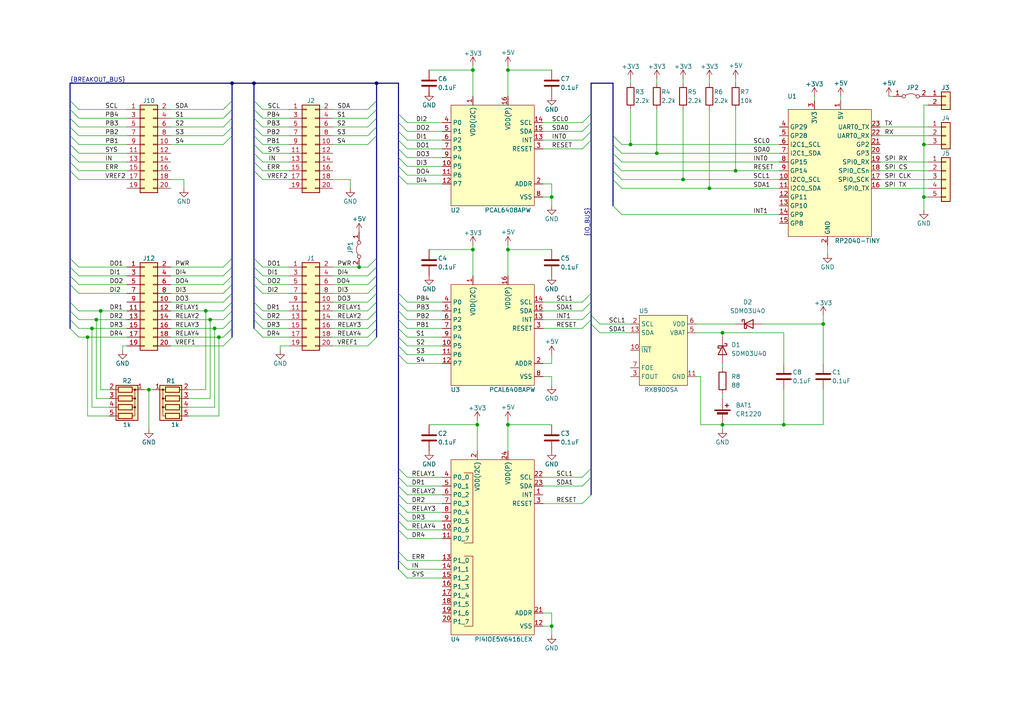
<source format=kicad_sch>
(kicad_sch (version 20230121) (generator eeschema)
  (paper "A4")
  (title_block (title "BREAKOUT BOARD") (rev "0.1"))
  (bus_alias "BREAKOUT_BUS" (members "DI1" "DO1" "DI2" "DO2" "DI3" "DO3" "DI4" "DO4" "RELAY1" "RELAY2" "RELAY3" "RELAY4" "DR1" "DR2" "DR3" "DR4" "PB1" "PB2" "PB3" "PB4" "S1" "S2" "S3" "S4" "SYS" "IN" "ERR" "VREF1" "VREF2" "PWR" "SCL" "SDA"))
  (bus_alias "IO_BUS" (members "SCL0" "SDA0" "INT0" "SCL1" "SDA1" "INT1" "RESET"))
  (junction (at 60.96 92.71))
  (junction (at 62.23 95.25))
  (junction (at 267.97 41.91))
  (junction (at 238.76 93.98))
  (junction (at 160.02 57.15))
  (junction (at 29.21 90.17))
  (junction (at 209.55 123.19))
  (junction (at 104.14 77.47))
  (junction (at 27.94 92.71))
  (junction (at 67.31 24.13))
  (junction (at 209.55 96.52))
  (junction (at 182.88 41.91))
  (junction (at 25.4 97.79))
  (junction (at 137.16 20.32))
  (junction (at 213.36 49.53))
  (junction (at 109.22 24.13))
  (junction (at 160.02 181.61))
  (junction (at 137.16 72.39))
  (junction (at 147.32 72.39))
  (junction (at 138.43 123.19))
  (junction (at 63.5 97.79))
  (junction (at 205.74 54.61))
  (junction (at 147.32 20.32))
  (junction (at 59.69 90.17))
  (junction (at 26.67 95.25))
  (junction (at 267.97 57.15))
  (junction (at 227.33 123.19))
  (junction (at 73.66 24.13))
  (junction (at 198.12 52.07))
  (junction (at 190.5 44.45))
  (junction (at 147.32 123.19))
  (junction (at 43.18 113.03))
  (bus_entry (at 177.8 46.99) (size 2.54 2.54))
  (bus_entry (at 171.45 33.02) (size -2.54 2.54))
  (bus_entry (at 73.66 92.71) (size 2.54 2.54))
  (bus_entry (at 73.66 31.75) (size 2.54 2.54))
  (bus_entry (at 73.66 95.25) (size 2.54 2.54))
  (bus_entry (at 115.57 162.56) (size 2.54 2.54))
  (bus_entry (at 171.45 38.1) (size -2.54 2.54))
  (bus_entry (at 115.57 151.13) (size 2.54 2.54))
  (bus_entry (at 67.31 97.79) (size -2.54 2.54))
  (bus_entry (at 20.32 49.53) (size 2.54 2.54))
  (bus_entry (at 115.57 85.09) (size 2.54 2.54))
  (bus_entry (at 67.31 77.47) (size -2.54 2.54))
  (bus_entry (at 171.45 143.51) (size -2.54 2.54))
  (bus_entry (at 73.66 29.21) (size 2.54 2.54))
  (bus_entry (at 109.22 82.55) (size -2.54 2.54))
  (bus_entry (at 73.66 80.01) (size 2.54 2.54))
  (bus_entry (at 115.57 40.64) (size 2.54 2.54))
  (bus_entry (at 73.66 49.53) (size 2.54 2.54))
  (bus_entry (at 115.57 143.51) (size 2.54 2.54))
  (bus_entry (at 171.45 135.89) (size -2.54 2.54))
  (bus_entry (at 109.22 39.37) (size -2.54 2.54))
  (bus_entry (at 109.22 74.93) (size -2.54 2.54))
  (bus_entry (at 20.32 39.37) (size 2.54 2.54))
  (bus_entry (at 109.22 90.17) (size -2.54 2.54))
  (bus_entry (at 20.32 44.45) (size 2.54 2.54))
  (bus_entry (at 20.32 80.01) (size 2.54 2.54))
  (bus_entry (at 177.8 44.45) (size 2.54 2.54))
  (bus_entry (at 67.31 34.29) (size -2.54 2.54))
  (bus_entry (at 20.32 95.25) (size 2.54 2.54))
  (bus_entry (at 115.57 43.18) (size 2.54 2.54))
  (bus_entry (at 67.31 92.71) (size -2.54 2.54))
  (bus_entry (at 73.66 74.93) (size 2.54 2.54))
  (bus_entry (at 109.22 34.29) (size -2.54 2.54))
  (bus_entry (at 115.57 45.72) (size 2.54 2.54))
  (bus_entry (at 115.57 160.02) (size 2.54 2.54))
  (bus_entry (at 171.45 93.98) (size 2.54 2.54))
  (bus_entry (at 177.8 49.53) (size 2.54 2.54))
  (bus_entry (at 67.31 95.25) (size -2.54 2.54))
  (bus_entry (at 73.66 39.37) (size 2.54 2.54))
  (bus_entry (at 20.32 77.47) (size 2.54 2.54))
  (bus_entry (at 67.31 74.93) (size -2.54 2.54))
  (bus_entry (at 109.22 95.25) (size -2.54 2.54))
  (bus_entry (at 73.66 34.29) (size 2.54 2.54))
  (bus_entry (at 73.66 41.91) (size 2.54 2.54))
  (bus_entry (at 73.66 77.47) (size 2.54 2.54))
  (bus_entry (at 115.57 90.17) (size 2.54 2.54))
  (bus_entry (at 115.57 148.59) (size 2.54 2.54))
  (bus_entry (at 171.45 85.09) (size -2.54 2.54))
  (bus_entry (at 67.31 39.37) (size -2.54 2.54))
  (bus_entry (at 73.66 90.17) (size 2.54 2.54))
  (bus_entry (at 20.32 41.91) (size 2.54 2.54))
  (bus_entry (at 20.32 82.55) (size 2.54 2.54))
  (bus_entry (at 67.31 29.21) (size -2.54 2.54))
  (bus_entry (at 109.22 92.71) (size -2.54 2.54))
  (bus_entry (at 115.57 48.26) (size 2.54 2.54))
  (bus_entry (at 115.57 35.56) (size 2.54 2.54))
  (bus_entry (at 115.57 146.05) (size 2.54 2.54))
  (bus_entry (at 109.22 80.01) (size -2.54 2.54))
  (bus_entry (at 20.32 31.75) (size 2.54 2.54))
  (bus_entry (at 171.45 35.56) (size -2.54 2.54))
  (bus_entry (at 73.66 87.63) (size 2.54 2.54))
  (bus_entry (at 109.22 97.79) (size -2.54 2.54))
  (bus_entry (at 115.57 165.1) (size 2.54 2.54))
  (bus_entry (at 115.57 33.02) (size 2.54 2.54))
  (bus_entry (at 171.45 40.64) (size -2.54 2.54))
  (bus_entry (at 67.31 80.01) (size -2.54 2.54))
  (bus_entry (at 171.45 90.17) (size -2.54 2.54))
  (bus_entry (at 67.31 87.63) (size -2.54 2.54))
  (bus_entry (at 177.8 59.69) (size 2.54 2.54))
  (bus_entry (at 115.57 87.63) (size 2.54 2.54))
  (bus_entry (at 109.22 87.63) (size -2.54 2.54))
  (bus_entry (at 115.57 100.33) (size 2.54 2.54))
  (bus_entry (at 109.22 77.47) (size -2.54 2.54))
  (bus_entry (at 67.31 31.75) (size -2.54 2.54))
  (bus_entry (at 177.8 39.37) (size 2.54 2.54))
  (bus_entry (at 109.22 36.83) (size -2.54 2.54))
  (bus_entry (at 73.66 46.99) (size 2.54 2.54))
  (bus_entry (at 115.57 102.87) (size 2.54 2.54))
  (bus_entry (at 73.66 82.55) (size 2.54 2.54))
  (bus_entry (at 171.45 138.43) (size -2.54 2.54))
  (bus_entry (at 67.31 90.17) (size -2.54 2.54))
  (bus_entry (at 171.45 91.44) (size 2.54 2.54))
  (bus_entry (at 20.32 90.17) (size 2.54 2.54))
  (bus_entry (at 20.32 36.83) (size 2.54 2.54))
  (bus_entry (at 115.57 97.79) (size 2.54 2.54))
  (bus_entry (at 115.57 92.71) (size 2.54 2.54))
  (bus_entry (at 20.32 29.21) (size 2.54 2.54))
  (bus_entry (at 115.57 135.89) (size 2.54 2.54))
  (bus_entry (at 67.31 85.09) (size -2.54 2.54))
  (bus_entry (at 171.45 92.71) (size -2.54 2.54))
  (bus_entry (at 115.57 138.43) (size 2.54 2.54))
  (bus_entry (at 20.32 46.99) (size 2.54 2.54))
  (bus_entry (at 109.22 31.75) (size -2.54 2.54))
  (bus_entry (at 171.45 87.63) (size -2.54 2.54))
  (bus_entry (at 109.22 85.09) (size -2.54 2.54))
  (bus_entry (at 73.66 36.83) (size 2.54 2.54))
  (bus_entry (at 67.31 36.83) (size -2.54 2.54))
  (bus_entry (at 67.31 82.55) (size -2.54 2.54))
  (bus_entry (at 20.32 87.63) (size 2.54 2.54))
  (bus_entry (at 115.57 38.1) (size 2.54 2.54))
  (bus_entry (at 20.32 74.93) (size 2.54 2.54))
  (bus_entry (at 177.8 41.91) (size 2.54 2.54))
  (bus_entry (at 115.57 50.8) (size 2.54 2.54))
  (bus_entry (at 115.57 95.25) (size 2.54 2.54))
  (bus_entry (at 109.22 29.21) (size -2.54 2.54))
  (bus_entry (at 177.8 52.07) (size 2.54 2.54))
  (bus_entry (at 73.66 44.45) (size 2.54 2.54))
  (bus_entry (at 20.32 34.29) (size 2.54 2.54))
  (bus_entry (at 20.32 92.71) (size 2.54 2.54))
  (bus_entry (at 115.57 140.97) (size 2.54 2.54))
  (bus_entry (at 115.57 153.67) (size 2.54 2.54))
  (wire (pts (xy 22.86 77.47) (xy 36.83 77.47)))
  (bus (pts (xy 20.32 77.47) (xy 20.32 80.01)))
  (bus (pts (xy 115.57 151.13) (xy 115.57 153.67)))
  (wire (pts (xy 238.76 91.44) (xy 238.76 93.98)))
  (wire (pts (xy 60.96 92.71) (xy 60.96 115.57)))
  (wire (pts (xy 49.53 82.55) (xy 64.77 82.55)))
  (wire (pts (xy 238.76 113.03) (xy 238.76 123.19)))
  (wire (pts (xy 118.11 87.63) (xy 128.27 87.63)))
  (bus (pts (xy 20.32 92.71) (xy 20.32 95.25)))
  (wire (pts (xy 255.27 39.37) (xy 269.24 39.37)))
  (bus (pts (xy 67.31 24.13) (xy 67.31 29.21)))
  (bus (pts (xy 171.45 91.44) (xy 171.45 92.71)))
  (bus (pts (xy 109.22 90.17) (xy 109.22 92.71)))
  (wire (pts (xy 22.86 46.99) (xy 36.83 46.99)))
  (wire (pts (xy 118.11 162.56) (xy 128.27 162.56)))
  (bus (pts (xy 67.31 92.71) (xy 67.31 95.25)))
  (bus (pts (xy 171.45 24.13) (xy 171.45 33.02)))
  (wire (pts (xy 76.2 41.91) (xy 83.82 41.91)))
  (bus (pts (xy 73.66 87.63) (xy 73.66 90.17)))
  (wire (pts (xy 76.2 77.47) (xy 83.82 77.47)))
  (wire (pts (xy 22.86 92.71) (xy 27.94 92.71)))
  (wire (pts (xy 238.76 93.98) (xy 238.76 105.41)))
  (bus (pts (xy 20.32 36.83) (xy 20.32 39.37)))
  (wire (pts (xy 118.11 143.51) (xy 128.27 143.51)))
  (wire (pts (xy 220.98 93.98) (xy 238.76 93.98)))
  (bus (pts (xy 20.32 82.55) (xy 20.32 87.63)))
  (bus (pts (xy 171.45 85.09) (xy 171.45 87.63)))
  (wire (pts (xy 118.11 48.26) (xy 128.27 48.26)))
  (bus (pts (xy 73.66 95.25) (xy 73.66 92.71)))
  (wire (pts (xy 190.5 31.75) (xy 190.5 44.45)))
  (bus (pts (xy 115.57 92.71) (xy 115.57 95.25)))
  (bus (pts (xy 171.45 93.98) (xy 171.45 135.89)))
  (bus (pts (xy 115.57 143.51) (xy 115.57 146.05)))
  (bus (pts (xy 171.45 40.64) (xy 171.45 85.09)))
  (bus (pts (xy 115.57 87.63) (xy 115.57 90.17)))
  (wire (pts (xy 96.52 95.25) (xy 106.68 95.25)))
  (wire (pts (xy 83.82 31.75) (xy 76.2 31.75)))
  (wire (pts (xy 209.55 123.19) (xy 209.55 124.46)))
  (bus (pts (xy 20.32 87.63) (xy 20.32 90.17)))
  (wire (pts (xy 180.34 52.07) (xy 198.12 52.07)))
  (bus (pts (xy 171.45 92.71) (xy 171.45 93.98)))
  (wire (pts (xy 180.34 46.99) (xy 226.06 46.99)))
  (wire (pts (xy 49.53 39.37) (xy 64.77 39.37)))
  (wire (pts (xy 22.86 34.29) (xy 36.83 34.29)))
  (wire (pts (xy 96.52 100.33) (xy 106.68 100.33)))
  (wire (pts (xy 22.86 31.75) (xy 36.83 31.75)))
  (bus (pts (xy 67.31 29.21) (xy 67.31 31.75)))
  (bus (pts (xy 115.57 138.43) (xy 115.57 140.97)))
  (wire (pts (xy 157.48 105.41) (xy 160.02 105.41)))
  (wire (pts (xy 118.11 156.21) (xy 128.27 156.21)))
  (bus (pts (xy 171.45 24.13) (xy 177.8 24.13)))
  (bus (pts (xy 67.31 95.25) (xy 67.31 97.79)))
  (wire (pts (xy 101.6 52.07) (xy 101.6 54.61)))
  (wire (pts (xy 49.53 92.71) (xy 60.96 92.71)))
  (wire (pts (xy 27.94 115.57) (xy 31.75 115.57)))
  (bus (pts (xy 67.31 80.01) (xy 67.31 82.55)))
  (wire (pts (xy 180.34 54.61) (xy 205.74 54.61)))
  (bus (pts (xy 115.57 24.13) (xy 115.57 33.02)))
  (wire (pts (xy 83.82 100.33) (xy 81.28 100.33)))
  (wire (pts (xy 118.11 35.56) (xy 128.27 35.56)))
  (wire (pts (xy 96.52 39.37) (xy 106.68 39.37)))
  (wire (pts (xy 22.86 49.53) (xy 36.83 49.53)))
  (wire (pts (xy 118.11 165.1) (xy 128.27 165.1)))
  (bus (pts (xy 171.45 38.1) (xy 171.45 40.64)))
  (bus (pts (xy 115.57 40.64) (xy 115.57 43.18)))
  (bus (pts (xy 177.8 44.45) (xy 177.8 46.99)))
  (bus (pts (xy 115.57 153.67) (xy 115.57 160.02)))
  (bus (pts (xy 73.66 82.55) (xy 73.66 87.63)))
  (wire (pts (xy 96.52 41.91) (xy 106.68 41.91)))
  (wire (pts (xy 49.53 77.47) (xy 64.77 77.47)))
  (bus (pts (xy 20.32 74.93) (xy 20.32 77.47)))
  (wire (pts (xy 182.88 22.86) (xy 182.88 24.13)))
  (bus (pts (xy 20.32 44.45) (xy 20.32 46.99)))
  (wire (pts (xy 267.97 30.48) (xy 269.24 30.48)))
  (wire (pts (xy 49.53 90.17) (xy 59.69 90.17)))
  (bus (pts (xy 73.66 34.29) (xy 73.66 36.83)))
  (bus (pts (xy 20.32 41.91) (xy 20.32 44.45)))
  (wire (pts (xy 27.94 92.71) (xy 36.83 92.71)))
  (bus (pts (xy 177.8 46.99) (xy 177.8 49.53)))
  (bus (pts (xy 115.57 135.89) (xy 115.57 138.43)))
  (bus (pts (xy 109.22 34.29) (xy 109.22 36.83)))
  (wire (pts (xy 104.14 77.47) (xy 106.68 77.47)))
  (wire (pts (xy 22.86 90.17) (xy 29.21 90.17)))
  (wire (pts (xy 209.55 114.3) (xy 209.55 115.57)))
  (wire (pts (xy 35.56 100.33) (xy 35.56 101.6)))
  (wire (pts (xy 76.2 44.45) (xy 83.82 44.45)))
  (wire (pts (xy 76.2 92.71) (xy 83.82 92.71)))
  (bus (pts (xy 115.57 102.87) (xy 115.57 135.89)))
  (wire (pts (xy 96.52 97.79) (xy 106.68 97.79)))
  (wire (pts (xy 76.2 80.01) (xy 83.82 80.01)))
  (wire (pts (xy 60.96 92.71) (xy 64.77 92.71)))
  (bus (pts (xy 73.66 36.83) (xy 73.66 39.37)))
  (wire (pts (xy 157.48 146.05) (xy 168.91 146.05)))
  (wire (pts (xy 22.86 80.01) (xy 36.83 80.01)))
  (wire (pts (xy 62.23 95.25) (xy 64.77 95.25)))
  (wire (pts (xy 269.24 41.91) (xy 267.97 41.91)))
  (wire (pts (xy 255.27 49.53) (xy 269.24 49.53)))
  (wire (pts (xy 118.11 38.1) (xy 128.27 38.1)))
  (wire (pts (xy 157.48 177.8) (xy 160.02 177.8)))
  (wire (pts (xy 201.93 93.98) (xy 213.36 93.98)))
  (wire (pts (xy 49.53 31.75) (xy 64.77 31.75)))
  (bus (pts (xy 115.57 43.18) (xy 115.57 45.72)))
  (wire (pts (xy 63.5 97.79) (xy 64.77 97.79)))
  (wire (pts (xy 96.52 77.47) (xy 104.14 77.47)))
  (wire (pts (xy 201.93 109.22) (xy 203.2 109.22)))
  (wire (pts (xy 22.86 44.45) (xy 36.83 44.45)))
  (wire (pts (xy 255.27 46.99) (xy 269.24 46.99)))
  (bus (pts (xy 109.22 80.01) (xy 109.22 77.47)))
  (bus (pts (xy 109.22 85.09) (xy 109.22 82.55)))
  (wire (pts (xy 124.46 72.39) (xy 137.16 72.39)))
  (wire (pts (xy 63.5 97.79) (xy 63.5 120.65)))
  (wire (pts (xy 137.16 72.39) (xy 137.16 80.01)))
  (wire (pts (xy 190.5 22.86) (xy 190.5 24.13)))
  (bus (pts (xy 115.57 85.09) (xy 115.57 87.63)))
  (bus (pts (xy 67.31 36.83) (xy 67.31 39.37)))
  (wire (pts (xy 147.32 123.19) (xy 160.02 123.19)))
  (wire (pts (xy 209.55 105.41) (xy 209.55 106.68)))
  (wire (pts (xy 76.2 82.55) (xy 83.82 82.55)))
  (wire (pts (xy 190.5 44.45) (xy 226.06 44.45)))
  (wire (pts (xy 25.4 120.65) (xy 31.75 120.65)))
  (bus (pts (xy 115.57 100.33) (xy 115.57 102.87)))
  (wire (pts (xy 137.16 20.32) (xy 137.16 19.05)))
  (wire (pts (xy 118.11 151.13) (xy 128.27 151.13)))
  (wire (pts (xy 137.16 20.32) (xy 137.16 27.94)))
  (wire (pts (xy 160.02 57.15) (xy 160.02 59.69)))
  (wire (pts (xy 96.52 82.55) (xy 106.68 82.55)))
  (wire (pts (xy 41.91 113.03) (xy 43.18 113.03)))
  (wire (pts (xy 255.27 36.83) (xy 269.24 36.83)))
  (wire (pts (xy 76.2 36.83) (xy 83.82 36.83)))
  (wire (pts (xy 49.53 97.79) (xy 63.5 97.79)))
  (bus (pts (xy 67.31 87.63) (xy 67.31 90.17)))
  (wire (pts (xy 54.61 115.57) (xy 60.96 115.57)))
  (bus (pts (xy 115.57 35.56) (xy 115.57 38.1)))
  (wire (pts (xy 29.21 90.17) (xy 29.21 113.03)))
  (wire (pts (xy 118.11 90.17) (xy 128.27 90.17)))
  (wire (pts (xy 124.46 20.32) (xy 137.16 20.32)))
  (wire (pts (xy 49.53 80.01) (xy 64.77 80.01)))
  (bus (pts (xy 73.66 46.99) (xy 73.66 49.53)))
  (wire (pts (xy 205.74 31.75) (xy 205.74 54.61)))
  (wire (pts (xy 236.22 27.94) (xy 236.22 29.21)))
  (wire (pts (xy 26.67 118.11) (xy 31.75 118.11)))
  (wire (pts (xy 96.52 36.83) (xy 106.68 36.83)))
  (wire (pts (xy 182.88 31.75) (xy 182.88 41.91)))
  (wire (pts (xy 180.34 44.45) (xy 190.5 44.45)))
  (wire (pts (xy 118.11 148.59) (xy 128.27 148.59)))
  (bus (pts (xy 20.32 29.21) (xy 20.32 31.75)))
  (wire (pts (xy 22.86 97.79) (xy 25.4 97.79)))
  (wire (pts (xy 157.48 57.15) (xy 160.02 57.15)))
  (bus (pts (xy 73.66 29.21) (xy 73.66 31.75)))
  (bus (pts (xy 109.22 87.63) (xy 109.22 85.09)))
  (wire (pts (xy 198.12 22.86) (xy 198.12 24.13)))
  (wire (pts (xy 173.99 93.98) (xy 182.88 93.98)))
  (bus (pts (xy 73.66 31.75) (xy 73.66 34.29)))
  (wire (pts (xy 35.56 100.33) (xy 36.83 100.33)))
  (bus (pts (xy 115.57 38.1) (xy 115.57 40.64)))
  (wire (pts (xy 157.48 87.63) (xy 168.91 87.63)))
  (bus (pts (xy 67.31 90.17) (xy 67.31 92.71)))
  (wire (pts (xy 118.11 95.25) (xy 128.27 95.25)))
  (wire (pts (xy 147.32 20.32) (xy 160.02 20.32)))
  (wire (pts (xy 118.11 153.67) (xy 128.27 153.67)))
  (wire (pts (xy 26.67 95.25) (xy 26.67 118.11)))
  (wire (pts (xy 76.2 90.17) (xy 83.82 90.17)))
  (bus (pts (xy 115.57 146.05) (xy 115.57 148.59)))
  (wire (pts (xy 147.32 123.19) (xy 147.32 130.81)))
  (wire (pts (xy 118.11 167.64) (xy 128.27 167.64)))
  (bus (pts (xy 171.45 87.63) (xy 171.45 90.17)))
  (wire (pts (xy 203.2 123.19) (xy 209.55 123.19)))
  (bus (pts (xy 73.66 80.01) (xy 73.66 82.55)))
  (wire (pts (xy 182.88 41.91) (xy 226.06 41.91)))
  (bus (pts (xy 115.57 45.72) (xy 115.57 48.26)))
  (bus (pts (xy 115.57 48.26) (xy 115.57 50.8)))
  (bus (pts (xy 115.57 148.59) (xy 115.57 151.13)))
  (wire (pts (xy 118.11 40.64) (xy 128.27 40.64)))
  (wire (pts (xy 157.48 181.61) (xy 160.02 181.61)))
  (wire (pts (xy 147.32 71.12) (xy 147.32 72.39)))
  (wire (pts (xy 147.32 121.92) (xy 147.32 123.19)))
  (bus (pts (xy 20.32 80.01) (xy 20.32 82.55)))
  (wire (pts (xy 22.86 85.09) (xy 36.83 85.09)))
  (wire (pts (xy 180.34 41.91) (xy 182.88 41.91)))
  (bus (pts (xy 67.31 24.13) (xy 73.66 24.13)))
  (bus (pts (xy 115.57 50.8) (xy 115.57 85.09)))
  (bus (pts (xy 109.22 24.13) (xy 115.57 24.13)))
  (bus (pts (xy 67.31 77.47) (xy 67.31 80.01)))
  (wire (pts (xy 22.86 36.83) (xy 36.83 36.83)))
  (wire (pts (xy 267.97 57.15) (xy 267.97 60.96)))
  (wire (pts (xy 157.48 90.17) (xy 168.91 90.17)))
  (wire (pts (xy 205.74 22.86) (xy 205.74 24.13)))
  (wire (pts (xy 160.02 109.22) (xy 157.48 109.22)))
  (wire (pts (xy 201.93 96.52) (xy 209.55 96.52)))
  (wire (pts (xy 160.02 177.8) (xy 160.02 181.61)))
  (wire (pts (xy 96.52 34.29) (xy 106.68 34.29)))
  (wire (pts (xy 96.52 85.09) (xy 106.68 85.09)))
  (bus (pts (xy 109.22 36.83) (xy 109.22 39.37)))
  (wire (pts (xy 118.11 105.41) (xy 128.27 105.41)))
  (wire (pts (xy 118.11 53.34) (xy 128.27 53.34)))
  (wire (pts (xy 118.11 138.43) (xy 128.27 138.43)))
  (wire (pts (xy 49.53 87.63) (xy 64.77 87.63)))
  (bus (pts (xy 109.22 74.93) (xy 109.22 77.47)))
  (wire (pts (xy 29.21 90.17) (xy 36.83 90.17)))
  (bus (pts (xy 73.66 77.47) (xy 73.66 80.01)))
  (wire (pts (xy 173.99 96.52) (xy 182.88 96.52)))
  (wire (pts (xy 96.52 80.01) (xy 106.68 80.01)))
  (wire (pts (xy 160.02 181.61) (xy 160.02 184.15)))
  (wire (pts (xy 138.43 123.19) (xy 138.43 130.81)))
  (bus (pts (xy 20.32 34.29) (xy 20.32 31.75)))
  (wire (pts (xy 227.33 105.41) (xy 227.33 96.52)))
  (bus (pts (xy 115.57 162.56) (xy 115.57 165.1)))
  (bus (pts (xy 171.45 138.43) (xy 171.45 143.51)))
  (bus (pts (xy 171.45 90.17) (xy 171.45 91.44)))
  (wire (pts (xy 180.34 62.23) (xy 226.06 62.23)))
  (wire (pts (xy 43.18 113.03) (xy 43.18 124.46)))
  (wire (pts (xy 76.2 39.37) (xy 83.82 39.37)))
  (wire (pts (xy 158.75 248.92) (xy 161.29 248.92)))
  (bus (pts (xy 109.22 39.37) (xy 109.22 74.93)))
  (wire (pts (xy 27.94 92.71) (xy 27.94 115.57)))
  (bus (pts (xy 177.8 41.91) (xy 177.8 44.45)))
  (bus (pts (xy 171.45 135.89) (xy 171.45 138.43)))
  (wire (pts (xy 54.61 118.11) (xy 62.23 118.11)))
  (wire (pts (xy 147.32 19.05) (xy 147.32 20.32)))
  (wire (pts (xy 269.24 57.15) (xy 267.97 57.15)))
  (wire (pts (xy 157.48 95.25) (xy 168.91 95.25)))
  (bus (pts (xy 67.31 34.29) (xy 67.31 36.83)))
  (bus (pts (xy 73.66 44.45) (xy 73.66 46.99)))
  (wire (pts (xy 157.48 35.56) (xy 168.91 35.56)))
  (wire (pts (xy 138.43 121.92) (xy 138.43 123.19)))
  (bus (pts (xy 20.32 90.17) (xy 20.32 92.71)))
  (bus (pts (xy 73.66 74.93) (xy 73.66 77.47)))
  (bus (pts (xy 20.32 49.53) (xy 20.32 74.93)))
  (wire (pts (xy 160.02 102.87) (xy 160.02 105.41)))
  (bus (pts (xy 115.57 33.02) (xy 115.57 35.56)))
  (wire (pts (xy 198.12 31.75) (xy 198.12 52.07)))
  (wire (pts (xy 96.52 31.75) (xy 106.68 31.75)))
  (wire (pts (xy 213.36 49.53) (xy 226.06 49.53)))
  (wire (pts (xy 157.48 40.64) (xy 168.91 40.64)))
  (bus (pts (xy 73.66 41.91) (xy 73.66 44.45)))
  (wire (pts (xy 81.28 100.33) (xy 81.28 101.6)))
  (wire (pts (xy 118.11 100.33) (xy 128.27 100.33)))
  (wire (pts (xy 157.48 38.1) (xy 168.91 38.1)))
  (wire (pts (xy 157.48 140.97) (xy 168.91 140.97)))
  (wire (pts (xy 59.69 90.17) (xy 64.77 90.17)))
  (wire (pts (xy 209.55 96.52) (xy 209.55 97.79)))
  (wire (pts (xy 96.52 90.17) (xy 106.68 90.17)))
  (wire (pts (xy 76.2 34.29) (xy 83.82 34.29)))
  (bus (pts (xy 177.8 39.37) (xy 177.8 41.91)))
  (bus (pts (xy 20.32 36.83) (xy 20.32 34.29)))
  (wire (pts (xy 124.46 27.94) (xy 124.46 26.67)))
  (wire (pts (xy 160.02 111.76) (xy 160.02 109.22)))
  (wire (pts (xy 26.67 95.25) (xy 36.83 95.25)))
  (bus (pts (xy 109.22 82.55) (xy 109.22 80.01)))
  (wire (pts (xy 203.2 109.22) (xy 203.2 123.19)))
  (bus (pts (xy 109.22 31.75) (xy 109.22 34.29)))
  (wire (pts (xy 255.27 52.07) (xy 269.24 52.07)))
  (wire (pts (xy 53.34 52.07) (xy 53.34 54.61)))
  (wire (pts (xy 213.36 31.75) (xy 213.36 49.53)))
  (bus (pts (xy 67.31 74.93) (xy 67.31 77.47)))
  (wire (pts (xy 240.03 71.12) (xy 240.03 73.66)))
  (bus (pts (xy 109.22 95.25) (xy 109.22 97.79)))
  (wire (pts (xy 22.86 52.07) (xy 36.83 52.07)))
  (wire (pts (xy 96.52 92.71) (xy 106.68 92.71)))
  (wire (pts (xy 180.34 49.53) (xy 213.36 49.53)))
  (wire (pts (xy 118.11 50.8) (xy 128.27 50.8)))
  (wire (pts (xy 259.08 27.94) (xy 257.81 27.94)))
  (wire (pts (xy 49.53 41.91) (xy 64.77 41.91)))
  (bus (pts (xy 115.57 97.79) (xy 115.57 100.33)))
  (wire (pts (xy 43.18 113.03) (xy 44.45 113.03)))
  (bus (pts (xy 115.57 95.25) (xy 115.57 97.79)))
  (wire (pts (xy 205.74 54.61) (xy 226.06 54.61)))
  (wire (pts (xy 49.53 34.29) (xy 64.77 34.29)))
  (bus (pts (xy 177.8 24.13) (xy 177.8 39.37)))
  (wire (pts (xy 157.48 92.71) (xy 168.91 92.71)))
  (bus (pts (xy 177.8 49.53) (xy 177.8 52.07)))
  (wire (pts (xy 238.76 123.19) (xy 227.33 123.19)))
  (wire (pts (xy 76.2 85.09) (xy 83.82 85.09)))
  (wire (pts (xy 213.36 22.86) (xy 213.36 24.13)))
  (wire (pts (xy 267.97 30.48) (xy 267.97 41.91)))
  (wire (pts (xy 76.2 52.07) (xy 83.82 52.07)))
  (wire (pts (xy 76.2 49.53) (xy 83.82 49.53)))
  (wire (pts (xy 255.27 54.61) (xy 269.24 54.61)))
  (bus (pts (xy 109.22 29.21) (xy 109.22 31.75)))
  (wire (pts (xy 96.52 52.07) (xy 101.6 52.07)))
  (wire (pts (xy 147.32 72.39) (xy 147.32 80.01)))
  (wire (pts (xy 118.11 43.18) (xy 128.27 43.18)))
  (wire (pts (xy 25.4 97.79) (xy 25.4 120.65)))
  (bus (pts (xy 73.66 24.13) (xy 109.22 24.13)))
  (wire (pts (xy 161.29 248.92) (xy 161.29 251.46)))
  (wire (pts (xy 25.4 97.79) (xy 36.83 97.79)))
  (wire (pts (xy 118.11 146.05) (xy 128.27 146.05)))
  (wire (pts (xy 267.97 41.91) (xy 267.97 57.15)))
  (bus (pts (xy 73.66 49.53) (xy 73.66 74.93)))
  (bus (pts (xy 67.31 85.09) (xy 67.31 87.63)))
  (wire (pts (xy 118.11 97.79) (xy 128.27 97.79)))
  (bus (pts (xy 177.8 52.07) (xy 177.8 59.69)))
  (wire (pts (xy 49.53 95.25) (xy 62.23 95.25)))
  (wire (pts (xy 96.52 87.63) (xy 106.68 87.63)))
  (bus (pts (xy 109.22 87.63) (xy 109.22 90.17)))
  (wire (pts (xy 157.48 43.18) (xy 168.91 43.18)))
  (wire (pts (xy 22.86 41.91) (xy 36.83 41.91)))
  (bus (pts (xy 20.32 24.13) (xy 67.31 24.13)))
  (bus (pts (xy 171.45 33.02) (xy 171.45 35.56)))
  (bus (pts (xy 115.57 140.97) (xy 115.57 143.51)))
  (wire (pts (xy 124.46 123.19) (xy 138.43 123.19)))
  (bus (pts (xy 20.32 46.99) (xy 20.32 49.53)))
  (wire (pts (xy 29.21 113.03) (xy 31.75 113.03)))
  (wire (pts (xy 160.02 72.39) (xy 147.32 72.39)))
  (wire (pts (xy 227.33 113.03) (xy 227.33 123.19)))
  (bus (pts (xy 115.57 90.17) (xy 115.57 92.71)))
  (bus (pts (xy 109.22 92.71) (xy 109.22 95.25)))
  (wire (pts (xy 62.23 95.25) (xy 62.23 118.11)))
  (wire (pts (xy 54.61 113.03) (xy 59.69 113.03)))
  (wire (pts (xy 49.53 52.07) (xy 53.34 52.07)))
  (wire (pts (xy 198.12 52.07) (xy 226.06 52.07)))
  (bus (pts (xy 171.45 35.56) (xy 171.45 38.1)))
  (bus (pts (xy 67.31 82.55) (xy 67.31 85.09)))
  (bus (pts (xy 20.32 29.21) (xy 20.32 24.13)))
  (bus (pts (xy 73.66 24.13) (xy 73.66 29.21)))
  (wire (pts (xy 59.69 90.17) (xy 59.69 113.03)))
  (wire (pts (xy 227.33 123.19) (xy 209.55 123.19)))
  (wire (pts (xy 49.53 100.33) (xy 64.77 100.33)))
  (bus (pts (xy 73.66 39.37) (xy 73.66 41.91)))
  (wire (pts (xy 157.48 138.43) (xy 168.91 138.43)))
  (wire (pts (xy 160.02 53.34) (xy 160.02 57.15)))
  (wire (pts (xy 147.32 20.32) (xy 147.32 27.94)))
  (wire (pts (xy 157.48 53.34) (xy 160.02 53.34)))
  (bus (pts (xy 67.31 39.37) (xy 67.31 74.93)))
  (bus (pts (xy 73.66 90.17) (xy 73.66 92.71)))
  (wire (pts (xy 137.16 71.12) (xy 137.16 72.39)))
  (wire (pts (xy 118.11 140.97) (xy 128.27 140.97)))
  (bus (pts (xy 109.22 24.13) (xy 109.22 29.21)))
  (wire (pts (xy 49.53 85.09) (xy 64.77 85.09)))
  (wire (pts (xy 22.86 39.37) (xy 36.83 39.37)))
  (wire (pts (xy 22.86 95.25) (xy 26.67 95.25)))
  (bus (pts (xy 115.57 160.02) (xy 115.57 162.56)))
  (wire (pts (xy 118.11 92.71) (xy 128.27 92.71)))
  (wire (pts (xy 243.84 27.94) (xy 243.84 29.21)))
  (wire (pts (xy 227.33 96.52) (xy 209.55 96.52)))
  (wire (pts (xy 49.53 36.83) (xy 64.77 36.83)))
  (wire (pts (xy 54.61 120.65) (xy 63.5 120.65)))
  (wire (pts (xy 76.2 46.99) (xy 83.82 46.99)))
  (bus (pts (xy 67.31 34.29) (xy 67.31 31.75)))
  (wire (pts (xy 76.2 97.79) (xy 83.82 97.79)))
  (bus (pts (xy 20.32 39.37) (xy 20.32 41.91)))
  (wire (pts (xy 118.11 102.87) (xy 128.27 102.87)))
  (wire (pts (xy 22.86 82.55) (xy 36.83 82.55)))
  (wire (pts (xy 76.2 95.25) (xy 83.82 95.25)))
  (wire (pts (xy 118.11 45.72) (xy 128.27 45.72)))
  (label "DI1" (at 31.75 80.01 0))
  (label "SCL0" (at 160.02 35.56 0))
  (label "SPI RX" (at 256.54 46.99 0))
  (label "PB4" (at 81.28 34.29 180))
  (label "IN" (at 80.01 46.99 180))
  (label "INT1" (at 161.29 92.71 0))
  (label "VREF2" (at 30.48 52.07 0))
  (label "DI1" (at 120.65 40.64 0))
  (label "SDA0" (at 160.02 38.1 0))
  (label "DR4" (at 81.28 97.79 180))
  (label "PB3" (at 30.48 36.83 0))
  (label "RELAY3" (at 119.38 148.59 0))
  (label "DR2" (at 31.75 92.71 0))
  (label "DO2" (at 120.65 38.1 0))
  (label "DR3" (at 119.38 151.13 0))
  (label "TX" (at 256.54 36.83 0))
  (label "INT0" (at 218.44 46.99 0))
  (label "PB4" (at 120.65 87.63 0))
  (label "S3" (at 50.8 39.37 0))
  (label "SDA1" (at 176.53 96.52 0))
  (label "ERR" (at 30.48 49.53 0))
  (label "INT0" (at 160.02 40.64 0))
  (label "DI4" (at 50.8 80.01 0))
  (label "DI4" (at 97.79 80.01 0))
  (label "RELAY4" (at 97.79 97.79 0))
  (label "DO1" (at 31.75 77.47 0))
  (label "PB2" (at 120.65 92.71 0))
  (label "RELAY4" (at 50.8 97.79 0))
  (label "IN" (at 119.38 165.1 0))
  (label "DR1" (at 81.28 90.17 180))
  (label "S1" (at 50.8 34.29 0))
  (label "RELAY1" (at 97.79 90.17 0))
  (label "S4" (at 120.65 105.41 0))
  (label "DO4" (at 50.8 82.55 0))
  (label "RESET" (at 218.44 49.53 0))
  (label "SDA" (at 50.8 31.75 0))
  (label "INT1" (at 218.44 62.23 0))
  (label "VREF2" (at 77.47 52.07 0))
  (label "DO3" (at 50.8 87.63 0))
  (label "DR3" (at 81.28 95.25 180))
  (label "S3" (at 120.65 102.87 0))
  (label "{BREAKOUT_BUS}" (at 20.32 24.13 0) (effects (font (size 1.25 1.25))))
  (label "SCL1" (at 161.29 138.43 0))
  (label "S2" (at 50.8 36.83 0))
  (label "PB4" (at 30.48 34.29 0))
  (label "RELAY3" (at 97.79 95.25 0))
  (label "SDA" (at 101.6 31.75 180))
  (label "RELAY2" (at 119.38 143.51 0))
  (label "DO4" (at 101.6 82.55 180))
  (label "DO1" (at 120.65 43.18 0))
  (label "DO2" (at 77.47 82.55 0))
  (label "SDA0" (at 218.44 44.45 0))
  (label "SPI CS" (at 256.54 49.53 0))
  (label "DI3" (at 50.8 85.09 0))
  (label "PB2" (at 30.48 39.37 0))
  (label "SCL0" (at 218.44 41.91 0))
  (label "PB3" (at 120.65 90.17 0))
  (label "SYS" (at 81.28 44.45 180))
  (label "DR2" (at 119.38 146.05 0))
  (label "DI4" (at 120.65 53.34 0))
  (label "SDA1" (at 161.29 90.17 0))
  (label "DI2" (at 120.65 35.56 0))
  (label "SDA1" (at 161.29 140.97 0))
  (label "IN" (at 30.48 46.99 0))
  (label "RESET" (at 161.29 95.25 0))
  (label "S2" (at 120.65 100.33 0))
  (label "SCL1" (at 176.53 93.98 0))
  (label "PB1" (at 120.65 95.25 0))
  (label "SCL1" (at 218.44 52.07 0))
  (label "RELAY3" (at 50.8 95.25 0))
  (label "DI1" (at 77.47 80.01 0))
  (label "DR1" (at 31.75 90.17 0))
  (label "DR1" (at 119.38 140.97 0))
  (label "S4" (at 100.33 41.91 180))
  (label "S1" (at 120.65 97.79 0))
  (label "S2" (at 100.33 36.83 180))
  (label "SYS" (at 119.38 167.64 0))
  (label "PWR" (at 50.8 77.47 0))
  (label "S1" (at 100.33 34.29 180))
  (label "DR4" (at 119.38 156.21 0))
  (label "{IO_BUS}" (at 171.45 68.58 90) (effects (font (size 1.25 1.25))))
  (label "PB1" (at 30.48 41.91 0))
  (label "SPI CLK" (at 256.54 52.07 0))
  (label "DI2" (at 31.75 85.09 0))
  (label "DR2" (at 81.28 92.71 180))
  (label "VREF1" (at 50.8 100.33 0))
  (label "PB1" (at 81.28 41.91 180))
  (label "RELAY2" (at 50.8 92.71 0))
  (label "RESET" (at 160.02 43.18 0))
  (label "PB3" (at 81.28 36.83 180))
  (label "DI3" (at 120.65 48.26 0))
  (label "DO3" (at 97.79 87.63 0))
  (label "SCL1" (at 161.29 87.63 0))
  (label "SCL" (at 30.48 31.75 0))
  (label "S3" (at 100.33 39.37 180))
  (label "RELAY4" (at 119.38 153.67 0))
  (label "SYS" (at 30.48 44.45 0))
  (label "DO3" (at 120.65 45.72 0))
  (label "RELAY2" (at 97.79 92.71 0))
  (label "RESET" (at 161.29 146.05 0))
  (label "RX" (at 256.54 39.37 0))
  (label "RELAY1" (at 119.38 138.43 0))
  (label "DR4" (at 31.75 97.79 0))
  (label "SPI TX" (at 256.54 54.61 0))
  (label "DO1" (at 77.47 77.47 0))
  (label "DO4" (at 120.65 50.8 0))
  (label "RELAY1" (at 50.8 90.17 0))
  (label "PWR" (at 97.79 77.47 0))
  (label "ERR" (at 119.38 162.56 0))
  (label "DI3" (at 97.79 85.09 0))
  (label "PB2" (at 81.28 39.37 180))
  (label "ERR" (at 81.28 49.53 180))
  (label "SCL" (at 81.28 31.75 180))
  (label "DR3" (at 31.75 95.25 0))
  (label "DI2" (at 77.47 85.09 0))
  (label "DO2" (at 31.75 82.55 0))
  (label "VREF1" (at 97.79 100.33 0))
  (label "S4" (at 50.8 41.91 0))
  (label "SDA1" (at 218.44 54.61 0))
  (symbol (lib_id "Connector_Generic:Conn_01x05") (at 274.32 52.07 0) (unit 1)
    (property "Reference" "J5" (at 274.32 44.45 0))
    (property "Value" "Conn_01x05_Pin" (effects hide))
    (property "Footprint" "Connector_Molex:Molex_SPOX_5267-05A_1x05_P2.50mm_Vertical" (effects hide))
  )
  (symbol (lib_id "power:+3V3") (at 236.22 27.94 0) (unit 1)
    (property "Reference" "#PWR015" (effects hide))
    (property "Value" "+3V3" (at 236.22 24.384 0))
  )
  (symbol (lib_id "Device:D_Schottky") (at 209.55 101.6 270) (unit 1)
    (property "Reference" "D1" (at 212.09 100.0125 90) (effects (justify left)))
    (property "Value" "SDM03U40" (at 212.09 102.5525 90) (effects (justify left)))
    (property "Footprint" "Diode_SMD:D_SOD-523" (effects hide))
    (property "Datasheet" "https://www.diodes.com/assets/Datasheets/SDM03U40.pdf" (effects hide))
  )
  (symbol (lib_id "Device:C") (at 160.02 24.13 0) (unit 1)
    (property "Reference" "C7" (at 162.56 22.86 0) (effects (justify left)))
    (property "Value" "0.1uF" (at 162.56 25.4 0) (effects (justify left)))
    (property "Footprint" "Capacitor_SMD:C_0805_2012Metric_Pad1.18x1.45mm_HandSolder" (effects hide))
  )
  (symbol (lib_id "Connector_Generic:Conn_02x10_Odd_Even") (at 41.91 87.63 0) (unit 1)
    (property "Reference" "J12" (at 43.18 74.93 0))
    (property "Value" "Conn_02x10_Odd_Even" (effects hide))
    (property "Footprint" "Connector_PinSocket_2.00mm:PinSocket_2x10_P2.00mm_Vertical" (effects hide))
  )
  (symbol (lib_id "Jumper:Jumper_2_Bridged") (at 264.16 27.94 0) (unit 1)
    (property "Reference" "JP2" (at 262.89 25.4 0) (effects (justify left)))
    (property "Value" "Jumper_2_Bridged" (effects hide))
    (property "Footprint" "Connector_PinHeader_2.54mm:PinHeader_1x02_P2.54mm_Vertical" (effects hide))
  )
  (symbol (lib_id "Connector_Generic:Conn_01x03") (at 274.32 39.37 0) (unit 1)
    (property "Reference" "J4" (at 274.32 34.29 0))
    (property "Value" "Conn_01x03_Pin" (effects hide))
    (property "Footprint" "Connector_Molex:Molex_SPOX_5267-03A_1x03_P2.50mm_Vertical" (effects hide))
  )
  (symbol (lib_id "Device:C") (at 227.33 109.22 0) (unit 1)
    (property "Reference" "C8" (at 229.87 107.95 0) (effects (justify left)))
    (property "Value" "0.1uF" (at 229.87 110.49 0) (effects (justify left)))
    (property "Footprint" "Capacitor_SMD:C_0805_2012Metric_Pad1.18x1.45mm_HandSolder" (effects hide))
  )
  (symbol (lib_id "uhppoted:PI4IOE5V6416LEX") (at 143.51 160.02 0) (mirror y) (unit 1)
    (property "Reference" "U4" (at 132.08 185.42 0))
    (property "Value" "PI4IOE5V6416LEX" (at 146.05 185.42 0))
    (property "Footprint" "Package_SO:TSSOP-24_4.4x7.8mm_P0.65mm" (effects hide))
  )
  (symbol (lib_id "power:+5V") (at 257.81 27.94 0) (unit 1)
    (property "Reference" "#PWR024" (effects hide))
    (property "Value" "+5V" (at 257.81 24.13 0))
  )
  (symbol (lib_id "Connector_Generic:Conn_02x10_Odd_Even") (at 41.91 41.91 0) (unit 1)
    (property "Reference" "J10" (at 43.18 29.21 0))
    (property "Value" "Conn_02x10_Odd_Even" (effects hide))
    (property "Footprint" "Connector_PinSocket_2.00mm:PinSocket_2x10_P2.00mm_Vertical" (effects hide))
  )
  (symbol (lib_id "power:+5V") (at 147.32 19.05 0) (unit 1)
    (property "Reference" "#PWR025" (effects hide))
    (property "Value" "+5V" (at 147.32 15.24 0))
  )
  (symbol (lib_id "power:GND") (at 124.46 26.67 0) (unit 1)
    (property "Reference" "#PWR034" (effects hide))
    (property "Value" "GND" (at 124.46 30.48 0))
  )
  (symbol (lib_id "Device:C") (at 124.46 76.2 0) (unit 1)
    (property "Reference" "C4" (at 127 74.93 0) (effects (justify left)))
    (property "Value" "0.1uF" (at 127 77.47 0) (effects (justify left)))
    (property "Footprint" "Capacitor_SMD:C_0805_2012Metric_Pad1.18x1.45mm_HandSolder" (effects hide))
  )
  (symbol (lib_id "power:GND") (at 43.18 124.46 0) (unit 1)
    (property "Reference" "#PWR026" (effects hide))
    (property "Value" "GND" (at 43.18 128.27 0))
  )
  (symbol (lib_id "power:GND") (at 53.34 54.61 0) (unit 1)
    (property "Reference" "#PWR03" (effects hide))
    (property "Value" "GND" (at 53.34 58.42 0))
  )
  (symbol (lib_id "power:+3V3") (at 137.16 19.05 0) (unit 1)
    (property "Reference" "#PWR027" (effects hide))
    (property "Value" "+3V3" (at 137.16 15.494 0))
  )
  (symbol (lib_id "Jumper:Jumper_2_Bridged") (at 104.14 72.39 90) (mirror x) (unit 1)
    (property "Reference" "JP1" (at 101.6 73.66 0) (effects (justify right)))
    (property "Value" "Jumper_2_Bridged" (effects hide))
    (property "Footprint" "Connector_PinHeader_2.54mm:PinHeader_1x02_P2.54mm_Vertical" (effects hide))
  )
  (symbol (lib_id "Device:R") (at 213.36 27.94 0) (unit 1)
    (property "Reference" "R7" (at 214.63 26.67 0) (effects (justify left)))
    (property "Value" "10k" (at 214.63 29.21 0) (effects (justify left)))
    (property "Footprint" "Resistor_THT:R_Axial_DIN0207_L6.3mm_D2.5mm_P10.16mm_Horizontal" (effects hide))
  )
  (symbol (lib_id "Device:C") (at 160.02 127 0) (unit 1)
    (property "Reference" "C3" (at 162.56 125.73 0) (effects (justify left)))
    (property "Value" "0.1uF" (at 162.56 128.27 0) (effects (justify left)))
    (property "Footprint" "Capacitor_SMD:C_0805_2012Metric_Pad1.18x1.45mm_HandSolder" (effects hide))
  )
  (symbol (lib_id "power:+5V") (at 213.36 22.86 0) (unit 1)
    (property "Reference" "#PWR014" (effects hide))
    (property "Value" "+5V" (at 213.36 19.05 0))
  )
  (symbol (lib_id "power:+5V") (at 147.32 71.12 0) (unit 1)
    (property "Reference" "#PWR029" (effects hide))
    (property "Value" "+5V" (at 147.32 67.31 0))
  )
  (symbol (lib_id "power:GND") (at 160.02 59.69 0) (unit 1)
    (property "Reference" "#PWR028" (effects hide))
    (property "Value" "GND" (at 160.02 63.5 0))
  )
  (symbol (lib_id "power:+3V3") (at 198.12 22.86 0) (unit 1)
    (property "Reference" "#PWR022" (effects hide))
    (property "Value" "+3V3" (at 198.12 19.304 0))
  )
  (symbol (lib_id "Connector_Generic:Conn_02x10_Odd_Even") (at 88.9 87.63 0) (unit 1)
    (property "Reference" "J1" (at 90.17 74.93 0))
    (property "Value" "Conn_02x10_Odd_Even" (effects hide))
    (property "Footprint" "Connector_PinHeader_2.54mm:PinHeader_2x10_P2.54mm_Vertical" (effects hide))
  )
  (symbol (lib_id "Device:R") (at 190.5 27.94 0) (unit 1)
    (property "Reference" "R4" (at 191.77 26.67 0) (effects (justify left)))
    (property "Value" "2.2k" (at 191.77 29.21 0) (effects (justify left)))
    (property "Footprint" "Resistor_THT:R_Axial_DIN0207_L6.3mm_D2.5mm_P10.16mm_Horizontal" (effects hide))
  )
  (symbol (lib_id "Connector_Generic:Conn_01x02") (at 274.32 27.94 0) (unit 1)
    (property "Reference" "J3" (at 273.05 25.4 0) (effects (justify left)))
    (property "Value" "Conn_01x02" (effects hide))
    (property "Footprint" "Connector_Molex:Molex_SPOX_5267-02A_1x02_P2.50mm_Vertical" (effects hide))
  )
  (symbol (lib_id "power:GND") (at 81.28 101.6 0) (unit 1)
    (property "Reference" "#PWR02" (effects hide))
    (property "Value" "GND" (at 81.28 105.41 0))
  )
  (symbol (lib_id "power:GND") (at 160.02 111.76 0) (unit 1)
    (property "Reference" "#PWR031" (effects hide))
    (property "Value" "GND" (at 160.02 115.57 0))
  )
  (symbol (lib_id "power:GND") (at 209.55 124.46 0) (unit 1)
    (property "Reference" "#PWR018" (effects hide))
    (property "Value" "GND" (at 209.55 128.27 0))
  )
  (symbol (lib_id "Device:R") (at 209.55 110.49 0) (unit 1)
    (property "Reference" "R8" (at 212.09 109.22 0) (effects (justify left)))
    (property "Value" "88" (at 212.09 111.76 0) (effects (justify left)))
    (property "Footprint" "Resistor_SMD:R_1206_3216Metric_Pad1.30x1.75mm_HandSolder" (effects hide))
  )
  (symbol (lib_id "power:+5V") (at 160.02 102.87 0) (unit 1)
    (property "Reference" "#PWR036" (effects hide))
    (property "Value" "+5V" (at 160.02 99.06 0))
  )
  (symbol (lib_id "power:+3V3") (at 205.74 22.86 0) (unit 1)
    (property "Reference" "#PWR023" (effects hide))
    (property "Value" "+3V3" (at 205.74 19.304 0))
  )
  (symbol (lib_id "power:GND") (at 160.02 80.01 0) (unit 1)
    (property "Reference" "#PWR032" (effects hide))
    (property "Value" "GND" (at 160.02 83.82 0))
  )
  (symbol (lib_id "Device:R_Network04") (at 36.83 118.11 270) (unit 1)
    (property "Reference" "R2" (at 36.83 110.49 90))
    (property "Value" "1k" (at 36.83 123.19 90))
    (property "Footprint" "Resistor_THT:R_Array_SIP5" (effects hide))
    (property "Datasheet" "http://www.vishay.com/docs/31509/csc.pdf" (effects hide))
  )
  (symbol (lib_id "power:GND") (at 160.02 130.81 0) (unit 1)
    (property "Reference" "#PWR020" (effects hide))
    (property "Value" "GND" (at 160.02 134.62 0))
  )
  (symbol (lib_id "Connector_Generic:Conn_02x10_Odd_Even") (at 88.9 41.91 0) (unit 1)
    (property "Reference" "J2" (at 90.17 29.21 0))
    (property "Value" "Conn_02x10_Odd_Even" (effects hide))
    (property "Footprint" "Connector_PinHeader_2.54mm:PinHeader_2x10_P2.54mm_Vertical" (effects hide))
  )
  (symbol (lib_id "Device:R_Network04") (at 49.53 118.11 90) (mirror x) (unit 1)
    (property "Reference" "R1" (at 49.53 110.49 90))
    (property "Value" "1k" (at 50.8 123.19 90))
    (property "Footprint" "Resistor_THT:R_Array_SIP5" (effects hide))
    (property "Datasheet" "http://www.vishay.com/docs/31509/csc.pdf" (effects hide))
  )
  (symbol (lib_id "power:+3V3") (at 138.43 121.92 0) (unit 1)
    (property "Reference" "#PWR011" (effects hide))
    (property "Value" "+3V3" (at 138.43 118.364 0))
  )
  (symbol (lib_id "uhppoted:RP2040-TINY") (at 240.03 50.8 0) (mirror y) (unit 1)
    (property "Reference" "U1" (at 231.14 27.94 0) (effects (justify left)))
    (property "Value" "RP2040-TINY" (at 255.27 69.85 0) (effects (justify left)))
    (property "Footprint" "uhppoted:RP2040-TINY" (effects hide))
    (pin "19" (alternate "SPI0 RX"))
    (pin "17" (alternate "SPI0 SCK"))
    (pin "23" (alternate "UART0 TX"))
    (pin "11" (alternate "I2C0 SDA"))
    (pin "10" (alternate "I2C0 SCL"))
    (pin "16" (alternate "SPI0 TX"))
    (pin "18" (alternate "SPI0 CSn"))
    (pin "6" (alternate "I2C1 SCL"))
    (pin "7" (alternate "I2C1 SDA"))
    (pin "22" (alternate "UART0 RX"))
  )
  (symbol (lib_id "Device:R") (at 182.88 27.94 0) (unit 1)
    (property "Reference" "R3" (at 184.15 26.67 0) (effects (justify left)))
    (property "Value" "2.2k" (at 184.15 29.21 0) (effects (justify left)))
    (property "Footprint" "Resistor_THT:R_Axial_DIN0207_L6.3mm_D2.5mm_P10.16mm_Horizontal" (effects hide))
  )
  (symbol (lib_id "power:+3V3") (at 182.88 22.86 0) (unit 1)
    (property "Reference" "#PWR017" (effects hide))
    (property "Value" "+3V3" (at 182.88 19.304 0))
  )
  (symbol (lib_id "uhppoted:CR1220") (at 209.55 120.65 0) (unit 1)
    (property "Reference" "BAT1" (at 213.36 117.5385 0) (effects (justify left)))
    (property "Value" "CR1220" (at 213.36 120.0785 0) (effects (justify left)))
    (property "Footprint" "Battery:BatteryHolder_Keystone_3000_1x12mm" (effects hide))
  )
  (symbol (lib_id "power:GND") (at 101.6 54.61 0) (unit 1)
    (property "Reference" "#PWR04" (effects hide))
    (property "Value" "GND" (at 101.6 58.42 0))
  )
  (symbol (lib_name "PCAL6408APW_1") (lib_id "uhppoted:PCAL6408APW") (at 142.24 57.15 0) (mirror y) (unit 1)
    (property "Reference" "U2" (at 132.08 60.96 0))
    (property "Value" "PCAL6408APW" (at 147.32 60.96 0))
    (property "Footprint" "Package_SO:TSSOP-16_4.4x5mm_P0.65mm" (effects hide))
  )
  (symbol (lib_id "Device:C") (at 124.46 24.13 0) (unit 1)
    (property "Reference" "C6" (at 127 22.86 0) (effects (justify left)))
    (property "Value" "0.1uF" (at 127 25.4 0) (effects (justify left)))
    (property "Footprint" "Capacitor_SMD:C_0805_2012Metric_Pad1.18x1.45mm_HandSolder" (effects hide))
  )
  (symbol (lib_id "Device:R") (at 205.74 27.94 0) (unit 1)
    (property "Reference" "R6" (at 207.01 26.67 0) (effects (justify left)))
    (property "Value" "2.2k" (at 207.01 29.21 0) (effects (justify left)))
    (property "Footprint" "Resistor_THT:R_Axial_DIN0207_L6.3mm_D2.5mm_P10.16mm_Horizontal" (effects hide))
  )
  (symbol (lib_id "uhppoted:PCAL6408APW") (at 142.24 109.22 0) (mirror y) (unit 1)
    (property "Reference" "U3" (at 132.08 113.03 0))
    (property "Value" "PCAL6408APW" (at 148.59 113.03 0))
    (property "Footprint" "Package_SO:TSSOP-16_4.4x5mm_P0.65mm" (effects hide))
  )
  (symbol (lib_id "power:GND") (at 240.03 73.66 0) (unit 1)
    (property "Reference" "#PWR012" (effects hide))
    (property "Value" "GND" (at 240.03 77.47 0))
  )
  (symbol (lib_id "Device:C") (at 124.46 127 0) (unit 1)
    (property "Reference" "C2" (at 127 125.73 0) (effects (justify left)))
    (property "Value" "0.1uF" (at 127 128.27 0) (effects (justify left)))
    (property "Footprint" "Capacitor_SMD:C_0805_2012Metric_Pad1.18x1.45mm_HandSolder" (effects hide))
  )
  (symbol (lib_id "power:GND") (at 160.02 27.94 0) (unit 1)
    (property "Reference" "#PWR035" (effects hide))
    (property "Value" "GND" (at 160.02 31.75 0))
  )
  (symbol (lib_id "power:+5V") (at 243.84 27.94 0) (unit 1)
    (property "Reference" "#PWR013" (effects hide))
    (property "Value" "+5V" (at 243.84 24.13 0))
  )
  (symbol (lib_id "power:GND") (at 267.97 60.96 0) (mirror y) (unit 1)
    (property "Reference" "#PWR019" (effects hide))
    (property "Value" "GND" (at 267.97 64.77 0))
  )
  (symbol (lib_id "Device:D_Schottky") (at 217.17 93.98 0) (unit 1)
    (property "Reference" "D2" (at 216.8525 87.63 0))
    (property "Value" "SDM03U40" (at 216.8525 90.17 0))
    (property "Footprint" "Diode_SMD:D_SOD-523" (effects hide))
    (property "Datasheet" "https://www.diodes.com/assets/Datasheets/SDM03U40.pdf" (effects hide))
  )
  (symbol (lib_id "power:+3V3") (at 190.5 22.86 0) (unit 1)
    (property "Reference" "#PWR016" (effects hide))
    (property "Value" "+3V3" (at 190.5 19.304 0))
  )
  (symbol (lib_id "uhppoted:RX8900SA") (at 191.77 88.9 0) (unit 1)
    (property "Reference" "U5" (at 186.69 90.17 0))
    (property "Value" "RX8900SA" (at 191.77 113.03 0))
    (property "Footprint" "uhppoted:RX8900SA" (effects hide))
  )
  (symbol (lib_id "Device:R") (at 198.12 27.94 0) (unit 1)
    (property "Reference" "R5" (at 199.39 26.67 0) (effects (justify left)))
    (property "Value" "2.2k" (at 199.39 29.21 0) (effects (justify left)))
    (property "Footprint" "Resistor_THT:R_Axial_DIN0207_L6.3mm_D2.5mm_P10.16mm_Horizontal" (effects hide))
  )
  (symbol (lib_id "power:GND") (at 124.46 130.81 0) (unit 1)
    (property "Reference" "#PWR09" (effects hide))
    (property "Value" "GND" (at 124.46 134.62 0))
  )
  (symbol (lib_id "power:+5V") (at 104.14 67.31 0) (unit 1)
    (property "Reference" "#PWR06" (effects hide))
    (property "Value" "+5V" (at 104.14 63.5 0))
  )
  (symbol (lib_id "power:GND") (at 160.02 184.15 0) (unit 1)
    (property "Reference" "#PWR033" (effects hide))
    (property "Value" "GND" (at 160.02 187.96 0))
  )
  (symbol (lib_id "power:GND") (at 124.46 80.01 0) (unit 1)
    (property "Reference" "#PWR021" (effects hide))
    (property "Value" "GND" (at 124.46 83.82 0))
  )
  (symbol (lib_id "power:+5V") (at 147.32 121.92 0) (unit 1)
    (property "Reference" "#PWR07" (effects hide))
    (property "Value" "+5V" (at 147.32 118.11 0))
  )
  (symbol (lib_id "power:+3V3") (at 137.16 71.12 0) (unit 1)
    (property "Reference" "#PWR030" (effects hide))
    (property "Value" "+3V3" (at 137.16 67.564 0))
  )
  (symbol (lib_id "Device:C") (at 160.02 76.2 0) (unit 1)
    (property "Reference" "C5" (at 162.56 74.93 0) (effects (justify left)))
    (property "Value" "0.1uF" (at 162.56 77.47 0) (effects (justify left)))
    (property "Footprint" "Capacitor_SMD:C_0805_2012Metric_Pad1.18x1.45mm_HandSolder" (effects hide))
  )
  (symbol (lib_id "power:GND") (at 35.56 101.6 0) (unit 1)
    (property "Reference" "#PWR01" (effects hide))
    (property "Value" "GND" (at 35.56 105.41 0))
  )
  (symbol (lib_id "power:GND") (at 161.29 251.46 0) (unit 1)
    (property "Reference" "#PWR08" (effects hide))
    (property "Value" "GND" (at 161.29 255.27 0))
  )
  (symbol (lib_id "power:+3V3") (at 238.76 91.44 0) (unit 1)
    (property "Reference" "#PWR010" (effects hide))
    (property "Value" "+3V3" (at 238.76 87.884 0))
  )
  (symbol (lib_id "Device:C") (at 238.76 109.22 0) (unit 1)
    (property "Reference" "C1" (at 241.3 107.95 0) (effects (justify left)))
    (property "Value" "0.1uF" (at 241.3 110.49 0) (effects (justify left)))
    (property "Footprint" "Capacitor_SMD:C_0805_2012Metric_Pad1.18x1.45mm_HandSolder" (effects hide))
  )
)
</source>
